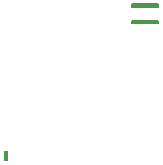
<source format=gbr>
G04 #@! TF.GenerationSoftware,KiCad,Pcbnew,(6.0.0-rc1-dev-1469-g932b9a334)*
G04 #@! TF.CreationDate,2019-09-07T17:34:56-07:00
G04 #@! TF.ProjectId,Laptreus-v2,4c617074-7265-4757-932d-76322e6b6963,rev?*
G04 #@! TF.SameCoordinates,Original*
G04 #@! TF.FileFunction,Glue,Bot*
G04 #@! TF.FilePolarity,Positive*
%FSLAX46Y46*%
G04 Gerber Fmt 4.6, Leading zero omitted, Abs format (unit mm)*
G04 Created by KiCad (PCBNEW (6.0.0-rc1-dev-1469-g932b9a334)) date Saturday, September 07, 2019 at 05:34:56 PM*
%MOMM*%
%LPD*%
G04 APERTURE LIST*
%ADD10C,0.100000*%
%ADD11C,0.150000*%
G04 APERTURE END LIST*
D10*
G04 #@! TO.C,L1*
G36*
X221099170Y-94170103D02*
G01*
X221299170Y-94170103D01*
X221299170Y-93370103D01*
X221099170Y-93370103D01*
X221099170Y-94170103D01*
G37*
X221099170Y-94170103D02*
X221299170Y-94170103D01*
X221299170Y-93370103D01*
X221099170Y-93370103D01*
X221099170Y-94170103D01*
D11*
G04 #@! TO.C,SW_RESET1*
G36*
X234099647Y-80945052D02*
G01*
X231899647Y-80945052D01*
X231899647Y-81145052D01*
X234099647Y-81145052D01*
X234099647Y-80945052D01*
G37*
X234099647Y-80945052D02*
X231899647Y-80945052D01*
X231899647Y-81145052D01*
X234099647Y-81145052D01*
X234099647Y-80945052D01*
G36*
X234099647Y-82345052D02*
G01*
X231899647Y-82345052D01*
X231899647Y-82545052D01*
X234099647Y-82545052D01*
X234099647Y-82345052D01*
G37*
X234099647Y-82345052D02*
X231899647Y-82345052D01*
X231899647Y-82545052D01*
X234099647Y-82545052D01*
X234099647Y-82345052D01*
G04 #@! TD*
M02*

</source>
